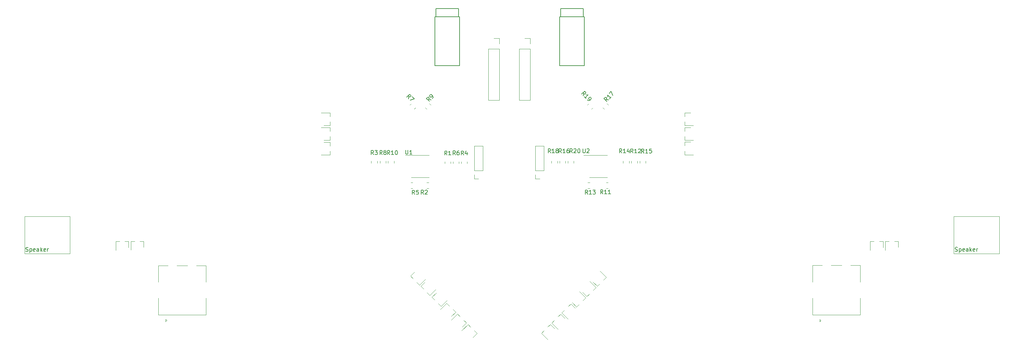
<source format=gbr>
G04 #@! TF.GenerationSoftware,KiCad,Pcbnew,(6.0.7)*
G04 #@! TF.CreationDate,2022-09-25T19:35:04+02:00*
G04 #@! TF.ProjectId,xiao_split,7869616f-5f73-4706-9c69-742e6b696361,rev?*
G04 #@! TF.SameCoordinates,Original*
G04 #@! TF.FileFunction,Legend,Top*
G04 #@! TF.FilePolarity,Positive*
%FSLAX46Y46*%
G04 Gerber Fmt 4.6, Leading zero omitted, Abs format (unit mm)*
G04 Created by KiCad (PCBNEW (6.0.7)) date 2022-09-25 19:35:04*
%MOMM*%
%LPD*%
G01*
G04 APERTURE LIST*
%ADD10C,0.150000*%
%ADD11C,0.120000*%
G04 APERTURE END LIST*
D10*
X189802267Y-64602030D02*
X189903282Y-64029610D01*
X189398206Y-64197969D02*
X190105312Y-63490862D01*
X190374687Y-63760236D01*
X190408358Y-63861251D01*
X190408358Y-63928595D01*
X190374687Y-64029610D01*
X190273671Y-64130625D01*
X190172656Y-64164297D01*
X190105312Y-64164297D01*
X190004297Y-64130625D01*
X189734923Y-63861251D01*
X190745076Y-64130625D02*
X191216480Y-64602030D01*
X190206328Y-65006091D01*
X233015549Y-63885312D02*
X233116564Y-63312893D01*
X232611488Y-63481251D02*
X233318595Y-62774145D01*
X233587969Y-63043519D01*
X233621641Y-63144534D01*
X233621641Y-63211877D01*
X233587969Y-63312893D01*
X233486954Y-63413908D01*
X233385938Y-63447580D01*
X233318595Y-63447580D01*
X233217580Y-63413908D01*
X232948206Y-63144534D01*
X233688984Y-64558748D02*
X233284923Y-64154687D01*
X233486954Y-64356717D02*
X234194061Y-63649610D01*
X234025702Y-63683282D01*
X233891015Y-63683282D01*
X233790000Y-63649610D01*
X234025702Y-64895465D02*
X234160389Y-65030152D01*
X234261404Y-65063824D01*
X234328748Y-65063824D01*
X234497106Y-65030152D01*
X234665465Y-64929137D01*
X234934839Y-64659763D01*
X234968511Y-64558748D01*
X234968511Y-64491404D01*
X234934839Y-64390389D01*
X234800152Y-64255702D01*
X234699137Y-64222030D01*
X234631793Y-64222030D01*
X234530778Y-64255702D01*
X234362419Y-64424061D01*
X234328748Y-64525076D01*
X234328748Y-64592419D01*
X234362419Y-64693435D01*
X234497106Y-64828122D01*
X234598122Y-64861793D01*
X234665465Y-64861793D01*
X234766480Y-64828122D01*
X324868095Y-102354761D02*
X325010952Y-102402380D01*
X325249047Y-102402380D01*
X325344285Y-102354761D01*
X325391904Y-102307142D01*
X325439523Y-102211904D01*
X325439523Y-102116666D01*
X325391904Y-102021428D01*
X325344285Y-101973809D01*
X325249047Y-101926190D01*
X325058571Y-101878571D01*
X324963333Y-101830952D01*
X324915714Y-101783333D01*
X324868095Y-101688095D01*
X324868095Y-101592857D01*
X324915714Y-101497619D01*
X324963333Y-101450000D01*
X325058571Y-101402380D01*
X325296666Y-101402380D01*
X325439523Y-101450000D01*
X325868095Y-101735714D02*
X325868095Y-102735714D01*
X325868095Y-101783333D02*
X325963333Y-101735714D01*
X326153809Y-101735714D01*
X326249047Y-101783333D01*
X326296666Y-101830952D01*
X326344285Y-101926190D01*
X326344285Y-102211904D01*
X326296666Y-102307142D01*
X326249047Y-102354761D01*
X326153809Y-102402380D01*
X325963333Y-102402380D01*
X325868095Y-102354761D01*
X327153809Y-102354761D02*
X327058571Y-102402380D01*
X326868095Y-102402380D01*
X326772857Y-102354761D01*
X326725238Y-102259523D01*
X326725238Y-101878571D01*
X326772857Y-101783333D01*
X326868095Y-101735714D01*
X327058571Y-101735714D01*
X327153809Y-101783333D01*
X327201428Y-101878571D01*
X327201428Y-101973809D01*
X326725238Y-102069047D01*
X328058571Y-102402380D02*
X328058571Y-101878571D01*
X328010952Y-101783333D01*
X327915714Y-101735714D01*
X327725238Y-101735714D01*
X327630000Y-101783333D01*
X328058571Y-102354761D02*
X327963333Y-102402380D01*
X327725238Y-102402380D01*
X327630000Y-102354761D01*
X327582380Y-102259523D01*
X327582380Y-102164285D01*
X327630000Y-102069047D01*
X327725238Y-102021428D01*
X327963333Y-102021428D01*
X328058571Y-101973809D01*
X328534761Y-102402380D02*
X328534761Y-101402380D01*
X328630000Y-102021428D02*
X328915714Y-102402380D01*
X328915714Y-101735714D02*
X328534761Y-102116666D01*
X329725238Y-102354761D02*
X329630000Y-102402380D01*
X329439523Y-102402380D01*
X329344285Y-102354761D01*
X329296666Y-102259523D01*
X329296666Y-101878571D01*
X329344285Y-101783333D01*
X329439523Y-101735714D01*
X329630000Y-101735714D01*
X329725238Y-101783333D01*
X329772857Y-101878571D01*
X329772857Y-101973809D01*
X329296666Y-102069047D01*
X330201428Y-102402380D02*
X330201428Y-101735714D01*
X330201428Y-101926190D02*
X330249047Y-101830952D01*
X330296666Y-101783333D01*
X330391904Y-101735714D01*
X330487142Y-101735714D01*
X95278095Y-102374761D02*
X95420952Y-102422380D01*
X95659047Y-102422380D01*
X95754285Y-102374761D01*
X95801904Y-102327142D01*
X95849523Y-102231904D01*
X95849523Y-102136666D01*
X95801904Y-102041428D01*
X95754285Y-101993809D01*
X95659047Y-101946190D01*
X95468571Y-101898571D01*
X95373333Y-101850952D01*
X95325714Y-101803333D01*
X95278095Y-101708095D01*
X95278095Y-101612857D01*
X95325714Y-101517619D01*
X95373333Y-101470000D01*
X95468571Y-101422380D01*
X95706666Y-101422380D01*
X95849523Y-101470000D01*
X96278095Y-101755714D02*
X96278095Y-102755714D01*
X96278095Y-101803333D02*
X96373333Y-101755714D01*
X96563809Y-101755714D01*
X96659047Y-101803333D01*
X96706666Y-101850952D01*
X96754285Y-101946190D01*
X96754285Y-102231904D01*
X96706666Y-102327142D01*
X96659047Y-102374761D01*
X96563809Y-102422380D01*
X96373333Y-102422380D01*
X96278095Y-102374761D01*
X97563809Y-102374761D02*
X97468571Y-102422380D01*
X97278095Y-102422380D01*
X97182857Y-102374761D01*
X97135238Y-102279523D01*
X97135238Y-101898571D01*
X97182857Y-101803333D01*
X97278095Y-101755714D01*
X97468571Y-101755714D01*
X97563809Y-101803333D01*
X97611428Y-101898571D01*
X97611428Y-101993809D01*
X97135238Y-102089047D01*
X98468571Y-102422380D02*
X98468571Y-101898571D01*
X98420952Y-101803333D01*
X98325714Y-101755714D01*
X98135238Y-101755714D01*
X98040000Y-101803333D01*
X98468571Y-102374761D02*
X98373333Y-102422380D01*
X98135238Y-102422380D01*
X98040000Y-102374761D01*
X97992380Y-102279523D01*
X97992380Y-102184285D01*
X98040000Y-102089047D01*
X98135238Y-102041428D01*
X98373333Y-102041428D01*
X98468571Y-101993809D01*
X98944761Y-102422380D02*
X98944761Y-101422380D01*
X99040000Y-102041428D02*
X99325714Y-102422380D01*
X99325714Y-101755714D02*
X98944761Y-102136666D01*
X100135238Y-102374761D02*
X100040000Y-102422380D01*
X99849523Y-102422380D01*
X99754285Y-102374761D01*
X99706666Y-102279523D01*
X99706666Y-101898571D01*
X99754285Y-101803333D01*
X99849523Y-101755714D01*
X100040000Y-101755714D01*
X100135238Y-101803333D01*
X100182857Y-101898571D01*
X100182857Y-101993809D01*
X99706666Y-102089047D01*
X100611428Y-102422380D02*
X100611428Y-101755714D01*
X100611428Y-101946190D02*
X100659047Y-101850952D01*
X100706666Y-101803333D01*
X100801904Y-101755714D01*
X100897142Y-101755714D01*
G04 #@! TO.C,R8*
X183333333Y-78442380D02*
X183000000Y-77966190D01*
X182761904Y-78442380D02*
X182761904Y-77442380D01*
X183142857Y-77442380D01*
X183238095Y-77490000D01*
X183285714Y-77537619D01*
X183333333Y-77632857D01*
X183333333Y-77775714D01*
X183285714Y-77870952D01*
X183238095Y-77918571D01*
X183142857Y-77966190D01*
X182761904Y-77966190D01*
X183904761Y-77870952D02*
X183809523Y-77823333D01*
X183761904Y-77775714D01*
X183714285Y-77680476D01*
X183714285Y-77632857D01*
X183761904Y-77537619D01*
X183809523Y-77490000D01*
X183904761Y-77442380D01*
X184095238Y-77442380D01*
X184190476Y-77490000D01*
X184238095Y-77537619D01*
X184285714Y-77632857D01*
X184285714Y-77680476D01*
X184238095Y-77775714D01*
X184190476Y-77823333D01*
X184095238Y-77870952D01*
X183904761Y-77870952D01*
X183809523Y-77918571D01*
X183761904Y-77966190D01*
X183714285Y-78061428D01*
X183714285Y-78251904D01*
X183761904Y-78347142D01*
X183809523Y-78394761D01*
X183904761Y-78442380D01*
X184095238Y-78442380D01*
X184190476Y-78394761D01*
X184238095Y-78347142D01*
X184285714Y-78251904D01*
X184285714Y-78061428D01*
X184238095Y-77966190D01*
X184190476Y-77918571D01*
X184095238Y-77870952D01*
G04 #@! TO.C,R16*
X227597142Y-78022380D02*
X227263809Y-77546190D01*
X227025714Y-78022380D02*
X227025714Y-77022380D01*
X227406666Y-77022380D01*
X227501904Y-77070000D01*
X227549523Y-77117619D01*
X227597142Y-77212857D01*
X227597142Y-77355714D01*
X227549523Y-77450952D01*
X227501904Y-77498571D01*
X227406666Y-77546190D01*
X227025714Y-77546190D01*
X228549523Y-78022380D02*
X227978095Y-78022380D01*
X228263809Y-78022380D02*
X228263809Y-77022380D01*
X228168571Y-77165238D01*
X228073333Y-77260476D01*
X227978095Y-77308095D01*
X229406666Y-77022380D02*
X229216190Y-77022380D01*
X229120952Y-77070000D01*
X229073333Y-77117619D01*
X228978095Y-77260476D01*
X228930476Y-77450952D01*
X228930476Y-77831904D01*
X228978095Y-77927142D01*
X229025714Y-77974761D01*
X229120952Y-78022380D01*
X229311428Y-78022380D01*
X229406666Y-77974761D01*
X229454285Y-77927142D01*
X229501904Y-77831904D01*
X229501904Y-77593809D01*
X229454285Y-77498571D01*
X229406666Y-77450952D01*
X229311428Y-77403333D01*
X229120952Y-77403333D01*
X229025714Y-77450952D01*
X228978095Y-77498571D01*
X228930476Y-77593809D01*
G04 #@! TO.C,R2*
X193543333Y-88272380D02*
X193210000Y-87796190D01*
X192971904Y-88272380D02*
X192971904Y-87272380D01*
X193352857Y-87272380D01*
X193448095Y-87320000D01*
X193495714Y-87367619D01*
X193543333Y-87462857D01*
X193543333Y-87605714D01*
X193495714Y-87700952D01*
X193448095Y-87748571D01*
X193352857Y-87796190D01*
X192971904Y-87796190D01*
X193924285Y-87367619D02*
X193971904Y-87320000D01*
X194067142Y-87272380D01*
X194305238Y-87272380D01*
X194400476Y-87320000D01*
X194448095Y-87367619D01*
X194495714Y-87462857D01*
X194495714Y-87558095D01*
X194448095Y-87700952D01*
X193876666Y-88272380D01*
X194495714Y-88272380D01*
G04 #@! TO.C,R6*
X201403333Y-78532380D02*
X201070000Y-78056190D01*
X200831904Y-78532380D02*
X200831904Y-77532380D01*
X201212857Y-77532380D01*
X201308095Y-77580000D01*
X201355714Y-77627619D01*
X201403333Y-77722857D01*
X201403333Y-77865714D01*
X201355714Y-77960952D01*
X201308095Y-78008571D01*
X201212857Y-78056190D01*
X200831904Y-78056190D01*
X202260476Y-77532380D02*
X202070000Y-77532380D01*
X201974761Y-77580000D01*
X201927142Y-77627619D01*
X201831904Y-77770476D01*
X201784285Y-77960952D01*
X201784285Y-78341904D01*
X201831904Y-78437142D01*
X201879523Y-78484761D01*
X201974761Y-78532380D01*
X202165238Y-78532380D01*
X202260476Y-78484761D01*
X202308095Y-78437142D01*
X202355714Y-78341904D01*
X202355714Y-78103809D01*
X202308095Y-78008571D01*
X202260476Y-77960952D01*
X202165238Y-77913333D01*
X201974761Y-77913333D01*
X201879523Y-77960952D01*
X201831904Y-78008571D01*
X201784285Y-78103809D01*
G04 #@! TO.C,R15*
X247987142Y-78052380D02*
X247653809Y-77576190D01*
X247415714Y-78052380D02*
X247415714Y-77052380D01*
X247796666Y-77052380D01*
X247891904Y-77100000D01*
X247939523Y-77147619D01*
X247987142Y-77242857D01*
X247987142Y-77385714D01*
X247939523Y-77480952D01*
X247891904Y-77528571D01*
X247796666Y-77576190D01*
X247415714Y-77576190D01*
X248939523Y-78052380D02*
X248368095Y-78052380D01*
X248653809Y-78052380D02*
X248653809Y-77052380D01*
X248558571Y-77195238D01*
X248463333Y-77290476D01*
X248368095Y-77338095D01*
X249844285Y-77052380D02*
X249368095Y-77052380D01*
X249320476Y-77528571D01*
X249368095Y-77480952D01*
X249463333Y-77433333D01*
X249701428Y-77433333D01*
X249796666Y-77480952D01*
X249844285Y-77528571D01*
X249891904Y-77623809D01*
X249891904Y-77861904D01*
X249844285Y-77957142D01*
X249796666Y-78004761D01*
X249701428Y-78052380D01*
X249463333Y-78052380D01*
X249368095Y-78004761D01*
X249320476Y-77957142D01*
G04 #@! TO.C,R1*
X199333333Y-78542380D02*
X199000000Y-78066190D01*
X198761904Y-78542380D02*
X198761904Y-77542380D01*
X199142857Y-77542380D01*
X199238095Y-77590000D01*
X199285714Y-77637619D01*
X199333333Y-77732857D01*
X199333333Y-77875714D01*
X199285714Y-77970952D01*
X199238095Y-78018571D01*
X199142857Y-78066190D01*
X198761904Y-78066190D01*
X200285714Y-78542380D02*
X199714285Y-78542380D01*
X200000000Y-78542380D02*
X200000000Y-77542380D01*
X199904761Y-77685238D01*
X199809523Y-77780476D01*
X199714285Y-77828095D01*
G04 #@! TO.C,R18*
X224917142Y-78022380D02*
X224583809Y-77546190D01*
X224345714Y-78022380D02*
X224345714Y-77022380D01*
X224726666Y-77022380D01*
X224821904Y-77070000D01*
X224869523Y-77117619D01*
X224917142Y-77212857D01*
X224917142Y-77355714D01*
X224869523Y-77450952D01*
X224821904Y-77498571D01*
X224726666Y-77546190D01*
X224345714Y-77546190D01*
X225869523Y-78022380D02*
X225298095Y-78022380D01*
X225583809Y-78022380D02*
X225583809Y-77022380D01*
X225488571Y-77165238D01*
X225393333Y-77260476D01*
X225298095Y-77308095D01*
X226440952Y-77450952D02*
X226345714Y-77403333D01*
X226298095Y-77355714D01*
X226250476Y-77260476D01*
X226250476Y-77212857D01*
X226298095Y-77117619D01*
X226345714Y-77070000D01*
X226440952Y-77022380D01*
X226631428Y-77022380D01*
X226726666Y-77070000D01*
X226774285Y-77117619D01*
X226821904Y-77212857D01*
X226821904Y-77260476D01*
X226774285Y-77355714D01*
X226726666Y-77403333D01*
X226631428Y-77450952D01*
X226440952Y-77450952D01*
X226345714Y-77498571D01*
X226298095Y-77546190D01*
X226250476Y-77641428D01*
X226250476Y-77831904D01*
X226298095Y-77927142D01*
X226345714Y-77974761D01*
X226440952Y-78022380D01*
X226631428Y-78022380D01*
X226726666Y-77974761D01*
X226774285Y-77927142D01*
X226821904Y-77831904D01*
X226821904Y-77641428D01*
X226774285Y-77546190D01*
X226726666Y-77498571D01*
X226631428Y-77450952D01*
G04 #@! TO.C,R10*
X185187142Y-78442380D02*
X184853809Y-77966190D01*
X184615714Y-78442380D02*
X184615714Y-77442380D01*
X184996666Y-77442380D01*
X185091904Y-77490000D01*
X185139523Y-77537619D01*
X185187142Y-77632857D01*
X185187142Y-77775714D01*
X185139523Y-77870952D01*
X185091904Y-77918571D01*
X184996666Y-77966190D01*
X184615714Y-77966190D01*
X186139523Y-78442380D02*
X185568095Y-78442380D01*
X185853809Y-78442380D02*
X185853809Y-77442380D01*
X185758571Y-77585238D01*
X185663333Y-77680476D01*
X185568095Y-77728095D01*
X186758571Y-77442380D02*
X186853809Y-77442380D01*
X186949047Y-77490000D01*
X186996666Y-77537619D01*
X187044285Y-77632857D01*
X187091904Y-77823333D01*
X187091904Y-78061428D01*
X187044285Y-78251904D01*
X186996666Y-78347142D01*
X186949047Y-78394761D01*
X186853809Y-78442380D01*
X186758571Y-78442380D01*
X186663333Y-78394761D01*
X186615714Y-78347142D01*
X186568095Y-78251904D01*
X186520476Y-78061428D01*
X186520476Y-77823333D01*
X186568095Y-77632857D01*
X186615714Y-77537619D01*
X186663333Y-77490000D01*
X186758571Y-77442380D01*
G04 #@! TO.C,R20*
X230287142Y-78022380D02*
X229953809Y-77546190D01*
X229715714Y-78022380D02*
X229715714Y-77022380D01*
X230096666Y-77022380D01*
X230191904Y-77070000D01*
X230239523Y-77117619D01*
X230287142Y-77212857D01*
X230287142Y-77355714D01*
X230239523Y-77450952D01*
X230191904Y-77498571D01*
X230096666Y-77546190D01*
X229715714Y-77546190D01*
X230668095Y-77117619D02*
X230715714Y-77070000D01*
X230810952Y-77022380D01*
X231049047Y-77022380D01*
X231144285Y-77070000D01*
X231191904Y-77117619D01*
X231239523Y-77212857D01*
X231239523Y-77308095D01*
X231191904Y-77450952D01*
X230620476Y-78022380D01*
X231239523Y-78022380D01*
X231858571Y-77022380D02*
X231953809Y-77022380D01*
X232049047Y-77070000D01*
X232096666Y-77117619D01*
X232144285Y-77212857D01*
X232191904Y-77403333D01*
X232191904Y-77641428D01*
X232144285Y-77831904D01*
X232096666Y-77927142D01*
X232049047Y-77974761D01*
X231953809Y-78022380D01*
X231858571Y-78022380D01*
X231763333Y-77974761D01*
X231715714Y-77927142D01*
X231668095Y-77831904D01*
X231620476Y-77641428D01*
X231620476Y-77403333D01*
X231668095Y-77212857D01*
X231715714Y-77117619D01*
X231763333Y-77070000D01*
X231858571Y-77022380D01*
G04 #@! TO.C,R9*
X195372030Y-64847732D02*
X194799610Y-64746717D01*
X194967969Y-65251793D02*
X194260862Y-64544687D01*
X194530236Y-64275312D01*
X194631251Y-64241641D01*
X194698595Y-64241641D01*
X194799610Y-64275312D01*
X194900625Y-64376328D01*
X194934297Y-64477343D01*
X194934297Y-64544687D01*
X194900625Y-64645702D01*
X194631251Y-64915076D01*
X195708748Y-64511015D02*
X195843435Y-64376328D01*
X195877106Y-64275312D01*
X195877106Y-64207969D01*
X195843435Y-64039610D01*
X195742419Y-63871251D01*
X195473045Y-63601877D01*
X195372030Y-63568206D01*
X195304687Y-63568206D01*
X195203671Y-63601877D01*
X195068984Y-63736564D01*
X195035312Y-63837580D01*
X195035312Y-63904923D01*
X195068984Y-64005938D01*
X195237343Y-64174297D01*
X195338358Y-64207969D01*
X195405702Y-64207969D01*
X195506717Y-64174297D01*
X195641404Y-64039610D01*
X195675076Y-63938595D01*
X195675076Y-63871251D01*
X195641404Y-63770236D01*
G04 #@! TO.C,U1*
X189118095Y-77342380D02*
X189118095Y-78151904D01*
X189165714Y-78247142D01*
X189213333Y-78294761D01*
X189308571Y-78342380D01*
X189499047Y-78342380D01*
X189594285Y-78294761D01*
X189641904Y-78247142D01*
X189689523Y-78151904D01*
X189689523Y-77342380D01*
X190689523Y-78342380D02*
X190118095Y-78342380D01*
X190403809Y-78342380D02*
X190403809Y-77342380D01*
X190308571Y-77485238D01*
X190213333Y-77580476D01*
X190118095Y-77628095D01*
G04 #@! TO.C,R14*
X242507142Y-78022380D02*
X242173809Y-77546190D01*
X241935714Y-78022380D02*
X241935714Y-77022380D01*
X242316666Y-77022380D01*
X242411904Y-77070000D01*
X242459523Y-77117619D01*
X242507142Y-77212857D01*
X242507142Y-77355714D01*
X242459523Y-77450952D01*
X242411904Y-77498571D01*
X242316666Y-77546190D01*
X241935714Y-77546190D01*
X243459523Y-78022380D02*
X242888095Y-78022380D01*
X243173809Y-78022380D02*
X243173809Y-77022380D01*
X243078571Y-77165238D01*
X242983333Y-77260476D01*
X242888095Y-77308095D01*
X244316666Y-77355714D02*
X244316666Y-78022380D01*
X244078571Y-76974761D02*
X243840476Y-77689047D01*
X244459523Y-77689047D01*
G04 #@! TO.C,R17*
X239225312Y-64874450D02*
X238652893Y-64773435D01*
X238821251Y-65278511D02*
X238114145Y-64571404D01*
X238383519Y-64302030D01*
X238484534Y-64268358D01*
X238551877Y-64268358D01*
X238652893Y-64302030D01*
X238753908Y-64403045D01*
X238787580Y-64504061D01*
X238787580Y-64571404D01*
X238753908Y-64672419D01*
X238484534Y-64941793D01*
X239898748Y-64201015D02*
X239494687Y-64605076D01*
X239696717Y-64403045D02*
X238989610Y-63695938D01*
X239023282Y-63864297D01*
X239023282Y-63998984D01*
X238989610Y-64100000D01*
X239427343Y-63258206D02*
X239898748Y-62786801D01*
X240302809Y-63796954D01*
G04 #@! TO.C,R3*
X181183333Y-78442380D02*
X180850000Y-77966190D01*
X180611904Y-78442380D02*
X180611904Y-77442380D01*
X180992857Y-77442380D01*
X181088095Y-77490000D01*
X181135714Y-77537619D01*
X181183333Y-77632857D01*
X181183333Y-77775714D01*
X181135714Y-77870952D01*
X181088095Y-77918571D01*
X180992857Y-77966190D01*
X180611904Y-77966190D01*
X181516666Y-77442380D02*
X182135714Y-77442380D01*
X181802380Y-77823333D01*
X181945238Y-77823333D01*
X182040476Y-77870952D01*
X182088095Y-77918571D01*
X182135714Y-78013809D01*
X182135714Y-78251904D01*
X182088095Y-78347142D01*
X182040476Y-78394761D01*
X181945238Y-78442380D01*
X181659523Y-78442380D01*
X181564285Y-78394761D01*
X181516666Y-78347142D01*
G04 #@! TO.C,R11*
X237847142Y-88172380D02*
X237513809Y-87696190D01*
X237275714Y-88172380D02*
X237275714Y-87172380D01*
X237656666Y-87172380D01*
X237751904Y-87220000D01*
X237799523Y-87267619D01*
X237847142Y-87362857D01*
X237847142Y-87505714D01*
X237799523Y-87600952D01*
X237751904Y-87648571D01*
X237656666Y-87696190D01*
X237275714Y-87696190D01*
X238799523Y-88172380D02*
X238228095Y-88172380D01*
X238513809Y-88172380D02*
X238513809Y-87172380D01*
X238418571Y-87315238D01*
X238323333Y-87410476D01*
X238228095Y-87458095D01*
X239751904Y-88172380D02*
X239180476Y-88172380D01*
X239466190Y-88172380D02*
X239466190Y-87172380D01*
X239370952Y-87315238D01*
X239275714Y-87410476D01*
X239180476Y-87458095D01*
G04 #@! TO.C,R13*
X234077142Y-88242380D02*
X233743809Y-87766190D01*
X233505714Y-88242380D02*
X233505714Y-87242380D01*
X233886666Y-87242380D01*
X233981904Y-87290000D01*
X234029523Y-87337619D01*
X234077142Y-87432857D01*
X234077142Y-87575714D01*
X234029523Y-87670952D01*
X233981904Y-87718571D01*
X233886666Y-87766190D01*
X233505714Y-87766190D01*
X235029523Y-88242380D02*
X234458095Y-88242380D01*
X234743809Y-88242380D02*
X234743809Y-87242380D01*
X234648571Y-87385238D01*
X234553333Y-87480476D01*
X234458095Y-87528095D01*
X235362857Y-87242380D02*
X235981904Y-87242380D01*
X235648571Y-87623333D01*
X235791428Y-87623333D01*
X235886666Y-87670952D01*
X235934285Y-87718571D01*
X235981904Y-87813809D01*
X235981904Y-88051904D01*
X235934285Y-88147142D01*
X235886666Y-88194761D01*
X235791428Y-88242380D01*
X235505714Y-88242380D01*
X235410476Y-88194761D01*
X235362857Y-88147142D01*
G04 #@! TO.C,R4*
X203433333Y-78542380D02*
X203100000Y-78066190D01*
X202861904Y-78542380D02*
X202861904Y-77542380D01*
X203242857Y-77542380D01*
X203338095Y-77590000D01*
X203385714Y-77637619D01*
X203433333Y-77732857D01*
X203433333Y-77875714D01*
X203385714Y-77970952D01*
X203338095Y-78018571D01*
X203242857Y-78066190D01*
X202861904Y-78066190D01*
X204290476Y-77875714D02*
X204290476Y-78542380D01*
X204052380Y-77494761D02*
X203814285Y-78209047D01*
X204433333Y-78209047D01*
G04 #@! TO.C,U2*
X232898095Y-77022380D02*
X232898095Y-77831904D01*
X232945714Y-77927142D01*
X232993333Y-77974761D01*
X233088571Y-78022380D01*
X233279047Y-78022380D01*
X233374285Y-77974761D01*
X233421904Y-77927142D01*
X233469523Y-77831904D01*
X233469523Y-77022380D01*
X233898095Y-77117619D02*
X233945714Y-77070000D01*
X234040952Y-77022380D01*
X234279047Y-77022380D01*
X234374285Y-77070000D01*
X234421904Y-77117619D01*
X234469523Y-77212857D01*
X234469523Y-77308095D01*
X234421904Y-77450952D01*
X233850476Y-78022380D01*
X234469523Y-78022380D01*
G04 #@! TO.C,R5*
X191343333Y-88282380D02*
X191010000Y-87806190D01*
X190771904Y-88282380D02*
X190771904Y-87282380D01*
X191152857Y-87282380D01*
X191248095Y-87330000D01*
X191295714Y-87377619D01*
X191343333Y-87472857D01*
X191343333Y-87615714D01*
X191295714Y-87710952D01*
X191248095Y-87758571D01*
X191152857Y-87806190D01*
X190771904Y-87806190D01*
X192248095Y-87282380D02*
X191771904Y-87282380D01*
X191724285Y-87758571D01*
X191771904Y-87710952D01*
X191867142Y-87663333D01*
X192105238Y-87663333D01*
X192200476Y-87710952D01*
X192248095Y-87758571D01*
X192295714Y-87853809D01*
X192295714Y-88091904D01*
X192248095Y-88187142D01*
X192200476Y-88234761D01*
X192105238Y-88282380D01*
X191867142Y-88282380D01*
X191771904Y-88234761D01*
X191724285Y-88187142D01*
G04 #@! TO.C,R12*
X245287142Y-78042380D02*
X244953809Y-77566190D01*
X244715714Y-78042380D02*
X244715714Y-77042380D01*
X245096666Y-77042380D01*
X245191904Y-77090000D01*
X245239523Y-77137619D01*
X245287142Y-77232857D01*
X245287142Y-77375714D01*
X245239523Y-77470952D01*
X245191904Y-77518571D01*
X245096666Y-77566190D01*
X244715714Y-77566190D01*
X246239523Y-78042380D02*
X245668095Y-78042380D01*
X245953809Y-78042380D02*
X245953809Y-77042380D01*
X245858571Y-77185238D01*
X245763333Y-77280476D01*
X245668095Y-77328095D01*
X246620476Y-77137619D02*
X246668095Y-77090000D01*
X246763333Y-77042380D01*
X247001428Y-77042380D01*
X247096666Y-77090000D01*
X247144285Y-77137619D01*
X247191904Y-77232857D01*
X247191904Y-77328095D01*
X247144285Y-77470952D01*
X246572857Y-78042380D01*
X247191904Y-78042380D01*
D11*
G04 #@! TO.C,R8*
X184235000Y-80507064D02*
X184235000Y-80052936D01*
X182765000Y-80507064D02*
X182765000Y-80052936D01*
G04 #@! TO.C,J6*
X223300000Y-76340000D02*
X221180000Y-76340000D01*
X221180000Y-82400000D02*
X221180000Y-76340000D01*
X222240000Y-84460000D02*
X221180000Y-84460000D01*
X223300000Y-82400000D02*
X223300000Y-76340000D01*
X221180000Y-84460000D02*
X221180000Y-83400000D01*
X223300000Y-82400000D02*
X221180000Y-82400000D01*
G04 #@! TO.C,D49*
X233870172Y-113607130D02*
X232837797Y-112574754D01*
X233870172Y-113607130D02*
X234527782Y-112949521D01*
X236104630Y-111372672D02*
X234577279Y-109845322D01*
X236104630Y-111372672D02*
X235447021Y-112030282D01*
D10*
G04 #@! TO.C,J1*
X196370000Y-44297500D02*
X196370000Y-56397500D01*
X202220000Y-44297500D02*
X202220000Y-42297500D01*
X202220000Y-42297500D02*
X196620000Y-42297500D01*
X202470000Y-56397500D02*
X196370000Y-56397500D01*
X202470000Y-44297500D02*
X202470000Y-56397500D01*
X202470000Y-44297500D02*
X196370000Y-44297500D01*
X196620000Y-44297500D02*
X196620000Y-42297500D01*
G04 #@! TO.C,J4*
X233270000Y-44297500D02*
X233270000Y-56397500D01*
X227170000Y-44297500D02*
X227170000Y-56397500D01*
X233020000Y-44297500D02*
X233020000Y-42297500D01*
X233020000Y-42297500D02*
X227420000Y-42297500D01*
X233270000Y-56397500D02*
X227170000Y-56397500D01*
X227420000Y-44297500D02*
X227420000Y-42297500D01*
X233270000Y-44297500D02*
X227170000Y-44297500D01*
D11*
G04 #@! TO.C,R16*
X227165000Y-80517064D02*
X227165000Y-80062936D01*
X228635000Y-80517064D02*
X228635000Y-80062936D01*
G04 #@! TO.C,R2*
X194797064Y-86815000D02*
X194342936Y-86815000D01*
X194797064Y-85345000D02*
X194342936Y-85345000D01*
G04 #@! TO.C,R7*
X190510835Y-65819718D02*
X190189718Y-66140835D01*
X191550282Y-66859165D02*
X191229165Y-67180282D01*
G04 #@! TO.C,D60*
X224879828Y-120477870D02*
X225912203Y-121510246D01*
X222645370Y-122712328D02*
X224172721Y-124239678D01*
X224879828Y-120477870D02*
X224222218Y-121135479D01*
X222645370Y-122712328D02*
X223302979Y-122054718D01*
G04 #@! TO.C,D5*
X117480000Y-99970000D02*
X117480000Y-102130000D01*
X117480000Y-99970000D02*
X118410000Y-99970000D01*
X120640000Y-99970000D02*
X120640000Y-101430000D01*
X120640000Y-99970000D02*
X119710000Y-99970000D01*
G04 #@! TO.C,R6*
X200835000Y-80667064D02*
X200835000Y-80212936D01*
X202305000Y-80667064D02*
X202305000Y-80212936D01*
G04 #@! TO.C,R15*
X244875000Y-80062936D02*
X244875000Y-80517064D01*
X246345000Y-80062936D02*
X246345000Y-80517064D01*
G04 #@! TO.C,R1*
X198755000Y-80667064D02*
X198755000Y-80212936D01*
X200225000Y-80667064D02*
X200225000Y-80212936D01*
G04 #@! TO.C,D29*
X197839828Y-115994630D02*
X199367178Y-114467279D01*
X195605370Y-113760172D02*
X196637746Y-112727797D01*
X195605370Y-113760172D02*
X196262979Y-114417782D01*
X197839828Y-115994630D02*
X197182218Y-115337021D01*
G04 #@! TO.C,SW1*
X128010735Y-105909771D02*
X130410735Y-105909771D01*
X130110735Y-119509771D02*
X129810735Y-119809771D01*
X129810735Y-119209771D02*
X130110735Y-119509771D01*
X128010735Y-118109771D02*
X139810735Y-118109771D01*
X137410735Y-105909771D02*
X139810735Y-105909771D01*
X128010735Y-110009771D02*
X128010735Y-105909771D01*
X132610735Y-105909771D02*
X135210735Y-105909771D01*
X129810735Y-119809771D02*
X129810735Y-119209771D01*
X139810735Y-105909771D02*
X139810735Y-110009771D01*
X139810735Y-114009771D02*
X139810735Y-118109771D01*
X128010735Y-114009771D02*
X128010735Y-118109771D01*
G04 #@! TO.C,R18*
X225165000Y-80517064D02*
X225165000Y-80062936D01*
X226635000Y-80517064D02*
X226635000Y-80062936D01*
G04 #@! TO.C,J5*
X217200000Y-52250000D02*
X219860000Y-52250000D01*
X218530000Y-49650000D02*
X219860000Y-49650000D01*
X217200000Y-65010000D02*
X219860000Y-65010000D01*
X219860000Y-52250000D02*
X219860000Y-65010000D01*
X219860000Y-49650000D02*
X219860000Y-50980000D01*
X217200000Y-52250000D02*
X217200000Y-65010000D01*
G04 #@! TO.C,D6*
X170400000Y-75350000D02*
X168940000Y-75350000D01*
X170400000Y-75350000D02*
X170400000Y-76280000D01*
X170400000Y-78510000D02*
X168240000Y-78510000D01*
X170400000Y-78510000D02*
X170400000Y-77580000D01*
G04 #@! TO.C,D37*
X233574630Y-113920172D02*
X232047279Y-112392822D01*
X231340172Y-116154630D02*
X230307797Y-115122254D01*
X233574630Y-113920172D02*
X232917021Y-114577782D01*
X231340172Y-116154630D02*
X231997782Y-115497021D01*
G04 #@! TO.C,D17*
X121220000Y-99920000D02*
X122150000Y-99920000D01*
X124380000Y-99920000D02*
X123450000Y-99920000D01*
X124380000Y-99920000D02*
X124380000Y-101380000D01*
X121220000Y-99920000D02*
X121220000Y-102080000D01*
G04 #@! TO.C,D8*
X204510172Y-120495370D02*
X202982822Y-122022721D01*
X206744630Y-122729828D02*
X206087021Y-122072218D01*
X204510172Y-120495370D02*
X205167782Y-121152979D01*
X206744630Y-122729828D02*
X205712254Y-123762203D01*
G04 #@! TO.C,D50*
X227419828Y-117937870D02*
X226762218Y-118595479D01*
X227419828Y-117937870D02*
X228452203Y-118970246D01*
X225185370Y-120172328D02*
X226712721Y-121699678D01*
X225185370Y-120172328D02*
X225842979Y-119514718D01*
G04 #@! TO.C,D47*
X307610000Y-99942500D02*
X307610000Y-102102500D01*
X307610000Y-99942500D02*
X308540000Y-99942500D01*
X310770000Y-99942500D02*
X309840000Y-99942500D01*
X310770000Y-99942500D02*
X310770000Y-101402500D01*
G04 #@! TO.C,J2*
X212240000Y-49650000D02*
X212240000Y-50980000D01*
X212240000Y-52250000D02*
X212240000Y-65010000D01*
X209580000Y-52250000D02*
X209580000Y-65010000D01*
X210910000Y-49650000D02*
X212240000Y-49650000D01*
X209580000Y-65010000D02*
X212240000Y-65010000D01*
X209580000Y-52250000D02*
X212240000Y-52250000D01*
G04 #@! TO.C,R10*
X186245000Y-80052936D02*
X186245000Y-80507064D01*
X184775000Y-80052936D02*
X184775000Y-80507064D01*
G04 #@! TO.C,D18*
X170400000Y-74900000D02*
X170400000Y-73970000D01*
X170400000Y-74900000D02*
X168940000Y-74900000D01*
X170400000Y-71740000D02*
X168240000Y-71740000D01*
X170400000Y-71740000D02*
X170400000Y-72670000D01*
G04 #@! TO.C,R20*
X229165000Y-80062936D02*
X229165000Y-80517064D01*
X230635000Y-80062936D02*
X230635000Y-80517064D01*
G04 #@! TO.C,D19*
X192855370Y-111060172D02*
X193887746Y-110027797D01*
X195089828Y-113294630D02*
X194432218Y-112637021D01*
X192855370Y-111060172D02*
X193512979Y-111717782D01*
X195089828Y-113294630D02*
X196617178Y-111767279D01*
G04 #@! TO.C,R9*
X195310282Y-66140835D02*
X194989165Y-65819718D01*
X194270835Y-67180282D02*
X193949718Y-66859165D01*
G04 #@! TO.C,D48*
X258040000Y-74872500D02*
X258040000Y-73942500D01*
X258040000Y-74872500D02*
X260200000Y-74872500D01*
X258040000Y-71712500D02*
X259500000Y-71712500D01*
X258040000Y-71712500D02*
X258040000Y-72642500D01*
G04 #@! TO.C,U1*
X192690000Y-84085000D02*
X190490000Y-84085000D01*
X192690000Y-78615000D02*
X189090000Y-78615000D01*
X192690000Y-84085000D02*
X194890000Y-84085000D01*
X192690000Y-78615000D02*
X194890000Y-78615000D01*
G04 #@! TO.C,LS1*
X106200000Y-102980000D02*
X94980000Y-102980000D01*
X106200000Y-93760000D02*
X106200000Y-102980000D01*
X94980000Y-93760000D02*
X106200000Y-93760000D01*
X94980000Y-102980000D02*
X94980000Y-93760000D01*
G04 #@! TO.C,R14*
X242845000Y-80517064D02*
X242845000Y-80062936D01*
X244315000Y-80517064D02*
X244315000Y-80062936D01*
G04 #@! TO.C,J3*
X208190000Y-82400000D02*
X208190000Y-76340000D01*
X207130000Y-84460000D02*
X206070000Y-84460000D01*
X208190000Y-76340000D02*
X206070000Y-76340000D01*
X206070000Y-84460000D02*
X206070000Y-83400000D01*
X206070000Y-82400000D02*
X206070000Y-76340000D01*
X208190000Y-82400000D02*
X206070000Y-82400000D01*
G04 #@! TO.C,D58*
X258040000Y-75322500D02*
X259500000Y-75322500D01*
X258040000Y-75322500D02*
X258040000Y-76252500D01*
X258040000Y-78482500D02*
X258040000Y-77552500D01*
X258040000Y-78482500D02*
X260200000Y-78482500D01*
G04 #@! TO.C,R17*
X238130835Y-67180282D02*
X237809718Y-66859165D01*
X239170282Y-66140835D02*
X238849165Y-65819718D01*
G04 #@! TO.C,R3*
X182095000Y-80507064D02*
X182095000Y-80052936D01*
X180625000Y-80507064D02*
X180625000Y-80052936D01*
G04 #@! TO.C,D20*
X201890172Y-117875370D02*
X202547782Y-118532979D01*
X204124630Y-120109828D02*
X203092254Y-121142203D01*
X204124630Y-120109828D02*
X203467021Y-119452218D01*
X201890172Y-117875370D02*
X200362822Y-119402721D01*
G04 #@! TO.C,D30*
X201474630Y-117479828D02*
X200817021Y-116822218D01*
X201474630Y-117479828D02*
X200442254Y-118512203D01*
X199240172Y-115245370D02*
X199897782Y-115902979D01*
X199240172Y-115245370D02*
X197712822Y-116772721D01*
G04 #@! TO.C,R11*
X239127064Y-85355000D02*
X238672936Y-85355000D01*
X239127064Y-86825000D02*
X238672936Y-86825000D01*
G04 #@! TO.C,D7*
X192529828Y-110744630D02*
X191872218Y-110087021D01*
X192529828Y-110744630D02*
X194057178Y-109217279D01*
X190295370Y-108510172D02*
X190952979Y-109167782D01*
X190295370Y-108510172D02*
X191327746Y-107477797D01*
G04 #@! TO.C,R13*
X234125436Y-85355000D02*
X234579564Y-85355000D01*
X234125436Y-86825000D02*
X234579564Y-86825000D01*
G04 #@! TO.C,LS2*
X324560000Y-102980000D02*
X324560000Y-93760000D01*
X335780000Y-93760000D02*
X335780000Y-102980000D01*
X335780000Y-102980000D02*
X324560000Y-102980000D01*
X324560000Y-93760000D02*
X335780000Y-93760000D01*
G04 #@! TO.C,D59*
X236430172Y-111067130D02*
X237087782Y-110409521D01*
X236430172Y-111067130D02*
X235397797Y-110034754D01*
X238664630Y-108832672D02*
X238007021Y-109490282D01*
X238664630Y-108832672D02*
X237137279Y-107305322D01*
G04 #@! TO.C,R4*
X202865000Y-80667064D02*
X202865000Y-80212936D01*
X204335000Y-80667064D02*
X204335000Y-80212936D01*
G04 #@! TO.C,SW2*
X291412500Y-119202500D02*
X291712500Y-119502500D01*
X289612500Y-118102500D02*
X301412500Y-118102500D01*
X301412500Y-114002500D02*
X301412500Y-118102500D01*
X291412500Y-119802500D02*
X291412500Y-119202500D01*
X301412500Y-105902500D02*
X301412500Y-110002500D01*
X289612500Y-114002500D02*
X289612500Y-118102500D01*
X299012500Y-105902500D02*
X301412500Y-105902500D01*
X289612500Y-110002500D02*
X289612500Y-105902500D01*
X289612500Y-105902500D02*
X292012500Y-105902500D01*
X291712500Y-119502500D02*
X291412500Y-119802500D01*
X294212500Y-105902500D02*
X296812500Y-105902500D01*
G04 #@! TO.C,D35*
X307050000Y-99970000D02*
X306120000Y-99970000D01*
X307050000Y-99970000D02*
X307050000Y-101430000D01*
X303890000Y-99970000D02*
X304820000Y-99970000D01*
X303890000Y-99970000D02*
X303890000Y-102130000D01*
G04 #@! TO.C,U2*
X236710000Y-84095000D02*
X234510000Y-84095000D01*
X236710000Y-84095000D02*
X238910000Y-84095000D01*
X236710000Y-78625000D02*
X238910000Y-78625000D01*
X236710000Y-78625000D02*
X233110000Y-78625000D01*
G04 #@! TO.C,R19*
X234340835Y-65819718D02*
X234019718Y-66140835D01*
X235380282Y-66859165D02*
X235059165Y-67180282D01*
G04 #@! TO.C,D38*
X229929828Y-115397870D02*
X229272218Y-116055479D01*
X227695370Y-117632328D02*
X229222721Y-119159678D01*
X227695370Y-117632328D02*
X228352979Y-116974718D01*
X229929828Y-115397870D02*
X230962203Y-116430246D01*
G04 #@! TO.C,R5*
X190857064Y-86815000D02*
X190402936Y-86815000D01*
X190857064Y-85345000D02*
X190402936Y-85345000D01*
G04 #@! TO.C,D36*
X258040000Y-68070000D02*
X259500000Y-68070000D01*
X258040000Y-68070000D02*
X258040000Y-69000000D01*
X258040000Y-71230000D02*
X260200000Y-71230000D01*
X258040000Y-71230000D02*
X258040000Y-70300000D01*
G04 #@! TO.C,D28*
X170400000Y-71250000D02*
X170400000Y-70320000D01*
X170400000Y-68090000D02*
X168240000Y-68090000D01*
X170400000Y-71250000D02*
X168940000Y-71250000D01*
X170400000Y-68090000D02*
X170400000Y-69020000D01*
G04 #@! TO.C,R12*
X246945000Y-80507064D02*
X246945000Y-80052936D01*
X248415000Y-80507064D02*
X248415000Y-80052936D01*
G04 #@! TD*
M02*

</source>
